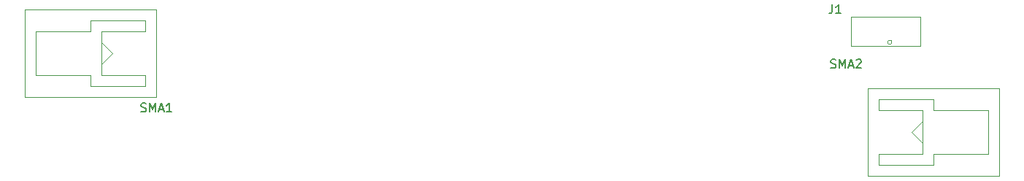
<source format=gbr>
G04 #@! TF.GenerationSoftware,KiCad,Pcbnew,5.1.2-f72e74a~84~ubuntu18.04.1*
G04 #@! TF.CreationDate,2019-12-04T15:30:54+01:00*
G04 #@! TF.ProjectId,RO4350B_proto,524f3433-3530-4425-9f70-726f746f2e6b,rev?*
G04 #@! TF.SameCoordinates,Original*
G04 #@! TF.FileFunction,Legend,Top*
G04 #@! TF.FilePolarity,Positive*
%FSLAX46Y46*%
G04 Gerber Fmt 4.6, Leading zero omitted, Abs format (unit mm)*
G04 Created by KiCad (PCBNEW 5.1.2-f72e74a~84~ubuntu18.04.1) date 2019-12-04 15:30:54*
%MOMM*%
%LPD*%
G04 APERTURE LIST*
%ADD10C,0.120000*%
%ADD11C,0.150000*%
G04 APERTURE END LIST*
D10*
X160270000Y-99060000D02*
G75*
G03X160270000Y-99060000I-250000J0D01*
G01*
X163590000Y-99490000D02*
X155490000Y-99490000D01*
X155490000Y-96090000D02*
X163590000Y-96090000D01*
X163590000Y-99490000D02*
X163590000Y-96090000D01*
X155490000Y-99490000D02*
X155490000Y-96090000D01*
X163830000Y-110790000D02*
X162560000Y-109520000D01*
X163830000Y-108250000D02*
X162560000Y-109520000D01*
X157480000Y-114600000D02*
X172720000Y-114600000D01*
X172720000Y-104440000D02*
X157480000Y-104440000D01*
X158750000Y-112060000D02*
X158750000Y-113330000D01*
X163830000Y-112060000D02*
X158750000Y-112060000D01*
X163830000Y-106980000D02*
X163830000Y-112060000D01*
X158750000Y-106980000D02*
X163830000Y-106980000D01*
X158750000Y-105710000D02*
X158750000Y-106980000D01*
X171450000Y-106980000D02*
X171450000Y-112060000D01*
X165100000Y-106980000D02*
X171450000Y-106980000D01*
X165100000Y-105710000D02*
X165100000Y-106980000D01*
X165100000Y-112060000D02*
X171450000Y-112060000D01*
X165100000Y-113330000D02*
X165100000Y-112060000D01*
X172720000Y-114600000D02*
X172720000Y-104440000D01*
X157480000Y-104440000D02*
X157480000Y-114600000D01*
X165100000Y-113330000D02*
X158750000Y-113330000D01*
X158750000Y-105710000D02*
X165100000Y-105710000D01*
X68580000Y-99060000D02*
X69850000Y-100330000D01*
X68580000Y-101600000D02*
X69850000Y-100330000D01*
X74930000Y-95250000D02*
X59690000Y-95250000D01*
X59690000Y-105410000D02*
X74930000Y-105410000D01*
X73660000Y-97790000D02*
X73660000Y-96520000D01*
X68580000Y-97790000D02*
X73660000Y-97790000D01*
X68580000Y-102870000D02*
X68580000Y-97790000D01*
X73660000Y-102870000D02*
X68580000Y-102870000D01*
X73660000Y-104140000D02*
X73660000Y-102870000D01*
X60960000Y-102870000D02*
X60960000Y-97790000D01*
X67310000Y-102870000D02*
X60960000Y-102870000D01*
X67310000Y-104140000D02*
X67310000Y-102870000D01*
X67310000Y-97790000D02*
X60960000Y-97790000D01*
X67310000Y-96520000D02*
X67310000Y-97790000D01*
X59690000Y-95250000D02*
X59690000Y-105410000D01*
X74930000Y-105410000D02*
X74930000Y-95250000D01*
X67310000Y-96520000D02*
X73660000Y-96520000D01*
X73660000Y-104140000D02*
X67310000Y-104140000D01*
D11*
X153336666Y-94702380D02*
X153336666Y-95416666D01*
X153289047Y-95559523D01*
X153193809Y-95654761D01*
X153050952Y-95702380D01*
X152955714Y-95702380D01*
X154336666Y-95702380D02*
X153765238Y-95702380D01*
X154050952Y-95702380D02*
X154050952Y-94702380D01*
X153955714Y-94845238D01*
X153860476Y-94940476D01*
X153765238Y-94988095D01*
X153178095Y-102004761D02*
X153320952Y-102052380D01*
X153559047Y-102052380D01*
X153654285Y-102004761D01*
X153701904Y-101957142D01*
X153749523Y-101861904D01*
X153749523Y-101766666D01*
X153701904Y-101671428D01*
X153654285Y-101623809D01*
X153559047Y-101576190D01*
X153368571Y-101528571D01*
X153273333Y-101480952D01*
X153225714Y-101433333D01*
X153178095Y-101338095D01*
X153178095Y-101242857D01*
X153225714Y-101147619D01*
X153273333Y-101100000D01*
X153368571Y-101052380D01*
X153606666Y-101052380D01*
X153749523Y-101100000D01*
X154178095Y-102052380D02*
X154178095Y-101052380D01*
X154511428Y-101766666D01*
X154844761Y-101052380D01*
X154844761Y-102052380D01*
X155273333Y-101766666D02*
X155749523Y-101766666D01*
X155178095Y-102052380D02*
X155511428Y-101052380D01*
X155844761Y-102052380D01*
X156130476Y-101147619D02*
X156178095Y-101100000D01*
X156273333Y-101052380D01*
X156511428Y-101052380D01*
X156606666Y-101100000D01*
X156654285Y-101147619D01*
X156701904Y-101242857D01*
X156701904Y-101338095D01*
X156654285Y-101480952D01*
X156082857Y-102052380D01*
X156701904Y-102052380D01*
X73168095Y-107084761D02*
X73310952Y-107132380D01*
X73549047Y-107132380D01*
X73644285Y-107084761D01*
X73691904Y-107037142D01*
X73739523Y-106941904D01*
X73739523Y-106846666D01*
X73691904Y-106751428D01*
X73644285Y-106703809D01*
X73549047Y-106656190D01*
X73358571Y-106608571D01*
X73263333Y-106560952D01*
X73215714Y-106513333D01*
X73168095Y-106418095D01*
X73168095Y-106322857D01*
X73215714Y-106227619D01*
X73263333Y-106180000D01*
X73358571Y-106132380D01*
X73596666Y-106132380D01*
X73739523Y-106180000D01*
X74168095Y-107132380D02*
X74168095Y-106132380D01*
X74501428Y-106846666D01*
X74834761Y-106132380D01*
X74834761Y-107132380D01*
X75263333Y-106846666D02*
X75739523Y-106846666D01*
X75168095Y-107132380D02*
X75501428Y-106132380D01*
X75834761Y-107132380D01*
X76691904Y-107132380D02*
X76120476Y-107132380D01*
X76406190Y-107132380D02*
X76406190Y-106132380D01*
X76310952Y-106275238D01*
X76215714Y-106370476D01*
X76120476Y-106418095D01*
M02*

</source>
